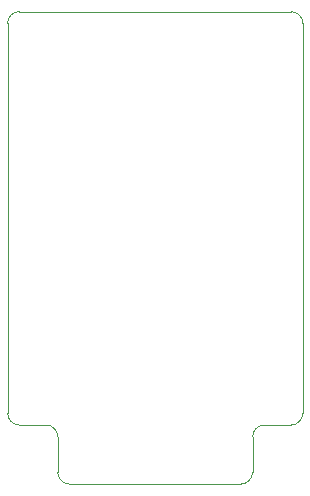
<source format=gbr>
%TF.GenerationSoftware,Altium Limited,Altium Designer,21.7.2 (23)*%
G04 Layer_Color=0*
%FSLAX45Y45*%
%MOMM*%
%TF.SameCoordinates,838FB56E-0ED7-4152-9A2E-8E5145BDEB09*%
%TF.FilePolarity,Positive*%
%TF.FileFunction,Profile,NP*%
%TF.Part,Single*%
G01*
G75*
%TA.AperFunction,Profile*%
%ADD79C,0.02540*%
D79*
X-825000Y-1500000D02*
Y-1200000D01*
D02*
G03*
X-925000Y-1100000I-100000J0D01*
G01*
X-1150000D01*
D02*
G02*
X-1250000Y-1000000I-0J100000D01*
G01*
X-1250000Y2300000D01*
D02*
G02*
X-1150000Y2400000I100000J0D01*
G01*
X1150000D01*
D02*
G02*
X1250000Y2300000I0J-100000D01*
G01*
X1250000Y-1000000D01*
D02*
G02*
X1150000Y-1100000I-100000J0D01*
G01*
X925000Y-1100000D01*
D02*
G03*
X825000Y-1200000I0J-100000D01*
G01*
Y-1500000D01*
D02*
G02*
X725000Y-1600000I-100000J0D01*
G01*
X-725000D01*
D02*
G02*
X-825000Y-1500000I0J100000D01*
G01*
%TF.MD5,84239a3daeb8009948220e56fd73e0bb*%
M02*

</source>
